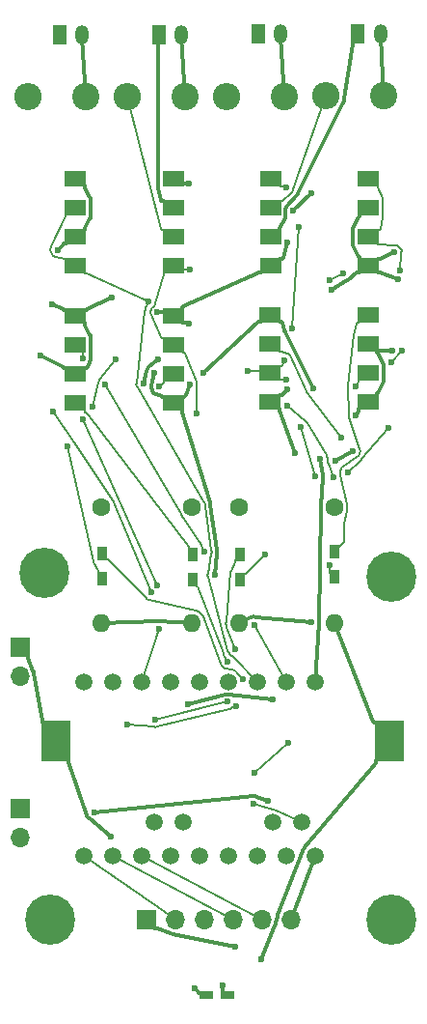
<source format=gbl>
G04 #@! TF.FileFunction,Copper,L2,Bot,Signal*
%FSLAX46Y46*%
G04 Gerber Fmt 4.6, Leading zero omitted, Abs format (unit mm)*
G04 Created by KiCad (PCBNEW 4.0.7) date 06/26/18 02:25:57*
%MOMM*%
%LPD*%
G01*
G04 APERTURE LIST*
%ADD10C,0.150000*%
%ADD11R,1.200000X0.750000*%
%ADD12C,2.400000*%
%ADD13O,2.400000X2.400000*%
%ADD14C,1.500000*%
%ADD15R,1.700000X1.700000*%
%ADD16O,1.700000X1.700000*%
%ADD17R,1.200000X1.700000*%
%ADD18O,1.200000X1.700000*%
%ADD19R,1.900000X1.450000*%
%ADD20C,1.600000*%
%ADD21O,1.600000X1.600000*%
%ADD22R,0.900000X1.200000*%
%ADD23R,2.600000X3.600000*%
%ADD24C,4.400000*%
%ADD25C,0.600000*%
%ADD26C,0.300000*%
%ADD27C,0.200000*%
G04 APERTURE END LIST*
D10*
D11*
X140371000Y-158369000D03*
X138471000Y-158369000D03*
D12*
X127864000Y-79603600D03*
D13*
X122784000Y-79603600D03*
D12*
X136601000Y-79603600D03*
D13*
X131521000Y-79603600D03*
D12*
X145339000Y-79578200D03*
D13*
X140259000Y-79578200D03*
D12*
X154076000Y-79552800D03*
D13*
X148996000Y-79552800D03*
D14*
X127686000Y-130886000D03*
X130226000Y-130886000D03*
X132766000Y-130886000D03*
X135306000Y-130886000D03*
X137846000Y-130886000D03*
X140386000Y-130886000D03*
X142926000Y-130886000D03*
X145466000Y-130886000D03*
X148006000Y-130886000D03*
X148006000Y-146126000D03*
X145466000Y-146126000D03*
X142926000Y-146126000D03*
X140386000Y-146126000D03*
X137846000Y-146126000D03*
X135306000Y-146126000D03*
X132766000Y-146126000D03*
X130226000Y-146126000D03*
X127686000Y-146126000D03*
X133906000Y-143226000D03*
X136446000Y-143226000D03*
X144336000Y-143226000D03*
X146876000Y-143226000D03*
D15*
X133223000Y-151765000D03*
D16*
X135763000Y-151765000D03*
X138303000Y-151765000D03*
X140843000Y-151765000D03*
X143383000Y-151765000D03*
X145923000Y-151765000D03*
D15*
X122098000Y-127864000D03*
D16*
X122098000Y-130404000D03*
D15*
X122098000Y-141961000D03*
D16*
X122098000Y-144501000D03*
D17*
X125578000Y-74168000D03*
D18*
X127578000Y-74168000D03*
D17*
X134290000Y-74142600D03*
D18*
X136290000Y-74142600D03*
D17*
X143027000Y-74117200D03*
D18*
X145027000Y-74117200D03*
D17*
X151765000Y-74117200D03*
D18*
X153765000Y-74117200D03*
D19*
X126967000Y-94437200D03*
X126967000Y-91897200D03*
X126967000Y-89357200D03*
X126967000Y-86817200D03*
X135567000Y-86817200D03*
X135567000Y-89357200D03*
X135567000Y-91897200D03*
X135567000Y-94437200D03*
X126967000Y-106477000D03*
X126967000Y-103937000D03*
X126967000Y-101397000D03*
X126967000Y-98857000D03*
X135567000Y-98857000D03*
X135567000Y-101397000D03*
X135567000Y-103937000D03*
X135567000Y-106477000D03*
X152712000Y-86817200D03*
X152712000Y-89357200D03*
X152712000Y-91897200D03*
X152712000Y-94437200D03*
X144112000Y-94437200D03*
X144112000Y-91897200D03*
X144112000Y-89357200D03*
X144112000Y-86817200D03*
X152687000Y-98755000D03*
X152687000Y-101295000D03*
X152687000Y-103835000D03*
X152687000Y-106375000D03*
X144087000Y-106375000D03*
X144087000Y-103835000D03*
X144087000Y-101295000D03*
X144087000Y-98755000D03*
D20*
X129286000Y-115595000D03*
D21*
X129286000Y-125755000D03*
D20*
X137236000Y-115621000D03*
D21*
X137236000Y-125781000D03*
D20*
X141351000Y-115595000D03*
D21*
X141351000Y-125755000D03*
D20*
X149733000Y-115595000D03*
D21*
X149733000Y-125755000D03*
D22*
X129337000Y-119652000D03*
X129337000Y-121852000D03*
X137312000Y-121902000D03*
X137312000Y-119702000D03*
X141402000Y-119728000D03*
X141402000Y-121928000D03*
X149708000Y-121699000D03*
X149708000Y-119499000D03*
D23*
X154528000Y-136093000D03*
X125228000Y-136093000D03*
D24*
X124739000Y-151714000D03*
X154737000Y-151714000D03*
X124282000Y-121361000D03*
X154762000Y-121717000D03*
D25*
X147887700Y-105189400D03*
X137027100Y-104839400D03*
X138183200Y-103786300D03*
X133915200Y-103778200D03*
X139230300Y-121534600D03*
X147695100Y-125694600D03*
X143269300Y-155228900D03*
X139881900Y-157531500D03*
X136978300Y-87250900D03*
X136971000Y-99507000D03*
X149803100Y-111534800D03*
X151319300Y-110680400D03*
X146269700Y-110813400D03*
X134163400Y-98502400D03*
X146052700Y-89600000D03*
X147679700Y-88027700D03*
X145602100Y-92424800D03*
X145602600Y-105264500D03*
X132978400Y-104788700D03*
X134278800Y-102624400D03*
X130054700Y-144484300D03*
X137478100Y-157754300D03*
X143903900Y-141300900D03*
X128634800Y-142362600D03*
X125435900Y-93026800D03*
X124911900Y-97794100D03*
X123914000Y-102300000D03*
X130205400Y-97174200D03*
X149457300Y-96572500D03*
X154966600Y-93240600D03*
X155329900Y-95645700D03*
X154807100Y-101862200D03*
X148471600Y-111324800D03*
X151606200Y-107541100D03*
X136859200Y-132820600D03*
X144336400Y-132450100D03*
X141021900Y-154082300D03*
X136995400Y-94734400D03*
X137668700Y-107337800D03*
X145497100Y-104431000D03*
X145567500Y-106729500D03*
X149657000Y-112930400D03*
X142119100Y-103654900D03*
X145522000Y-87553700D03*
X146571900Y-91038300D03*
X146025800Y-99939300D03*
X145341700Y-102705600D03*
X151561700Y-104999600D03*
X154699100Y-102913000D03*
X155645900Y-101908800D03*
X134297000Y-126257500D03*
X134175900Y-122401800D03*
X127603600Y-107907200D03*
X127599200Y-102586600D03*
X133648500Y-123072600D03*
X125003300Y-107186000D03*
X155467400Y-94800600D03*
X149335500Y-95727100D03*
X150474200Y-95118100D03*
X133433400Y-97555500D03*
X142684700Y-125885400D03*
X138302100Y-119500300D03*
X129604800Y-104842200D03*
X142656300Y-141597300D03*
X140350400Y-132634600D03*
X133985100Y-134209800D03*
X141068900Y-133048900D03*
X131515800Y-134599000D03*
X141658300Y-130645000D03*
X140347700Y-129122000D03*
X140984400Y-128011300D03*
X149352000Y-120700800D03*
X142683200Y-138845600D03*
X145657300Y-136211000D03*
X126311200Y-110251100D03*
X130553200Y-102600200D03*
X128501800Y-106790800D03*
X134346900Y-105034500D03*
X154512700Y-108668900D03*
X150877100Y-112542900D03*
X143607200Y-119732400D03*
X146810500Y-108558900D03*
X148031100Y-112892100D03*
X150315400Y-109521400D03*
D26*
X139426400Y-119615200D02*
X139230300Y-121534600D01*
X139430600Y-119407300D02*
X139420700Y-119338600D01*
X139433500Y-119546100D02*
X139430600Y-119407300D01*
X139426400Y-119615200D02*
X139433500Y-119546100D01*
X138849400Y-115387700D02*
X139420700Y-119338600D01*
X138813000Y-115203200D02*
X138794600Y-115143200D01*
X138840400Y-115325600D02*
X138813000Y-115203200D01*
X138849400Y-115387700D02*
X138840400Y-115325600D01*
X136373600Y-107246000D02*
X138794600Y-115143200D01*
X136370300Y-107235300D02*
X136373600Y-107246000D01*
X136367000Y-107213200D02*
X136370300Y-107235300D01*
X136367000Y-107202000D02*
X136367000Y-107213200D01*
X136367000Y-107052000D02*
X136367000Y-107202000D01*
X135567000Y-106477000D02*
X136367000Y-107052000D01*
X139920500Y-157981200D02*
X139881900Y-157531500D01*
X139920700Y-157984400D02*
X139920500Y-157981200D01*
X139921000Y-157990800D02*
X139920700Y-157984400D01*
X139921000Y-157994000D02*
X139921000Y-157990800D01*
X139921000Y-158144000D02*
X139921000Y-157994000D01*
X140371000Y-158369000D02*
X139921000Y-158144000D01*
X134767000Y-105902000D02*
X135567000Y-106477000D01*
X134617000Y-105902000D02*
X134767000Y-105902000D01*
X134600800Y-105902000D02*
X134617000Y-105902000D01*
X134569300Y-105895100D02*
X134600800Y-105902000D01*
X134554600Y-105888400D02*
X134569300Y-105895100D01*
X134059800Y-105662000D02*
X134554600Y-105888400D01*
X133838300Y-105560700D02*
X134059800Y-105662000D01*
X133620700Y-105125000D02*
X133838300Y-105560700D01*
X133672700Y-104887100D02*
X133620700Y-105125000D01*
X133915200Y-103778200D02*
X133672700Y-104887100D01*
X144525800Y-152246500D02*
X143269300Y-155228900D01*
X144581800Y-152087400D02*
X144593900Y-152032500D01*
X144547600Y-152194700D02*
X144581800Y-152087400D01*
X144525800Y-152246500D02*
X144547600Y-152194700D01*
X144712100Y-151497500D02*
X144593900Y-152032500D01*
X144722300Y-151451100D02*
X144712100Y-151497500D01*
X144749800Y-151360300D02*
X144722300Y-151451100D01*
X144767000Y-151316000D02*
X144749800Y-151360300D01*
X146943300Y-145713200D02*
X144767000Y-151316000D01*
X146977100Y-145626000D02*
X146943300Y-145713200D01*
X147072400Y-145465000D02*
X146977100Y-145626000D01*
X147132500Y-145393300D02*
X147072400Y-145465000D01*
X153342900Y-137989400D02*
X147132500Y-145393300D01*
X153378000Y-137919400D02*
X153378000Y-137893000D01*
X153359900Y-137969100D02*
X153378000Y-137919400D01*
X153342900Y-137989400D02*
X153359900Y-137969100D01*
X153378000Y-137743000D02*
X153378000Y-137893000D01*
X154528000Y-136093000D02*
X153378000Y-137743000D01*
X143036000Y-99369100D02*
X138183200Y-103786300D01*
X143056700Y-99350200D02*
X143036000Y-99369100D01*
X143109000Y-99330000D02*
X143056700Y-99350200D01*
X143137000Y-99330000D02*
X143109000Y-99330000D01*
X143287000Y-99330000D02*
X143137000Y-99330000D01*
X144087000Y-98755000D02*
X143287000Y-99330000D01*
X136367000Y-105902000D02*
X135567000Y-106477000D01*
X136517000Y-105902000D02*
X136367000Y-105902000D01*
X136640400Y-105849100D02*
X136657100Y-105805600D01*
X136563600Y-105902000D02*
X136640400Y-105849100D01*
X136517000Y-105902000D02*
X136563600Y-105902000D01*
X137027100Y-104839400D02*
X136657100Y-105805600D01*
X142753600Y-125198700D02*
X147695100Y-125694600D01*
X142473800Y-125221500D02*
X142388600Y-125262100D01*
X142659700Y-125189300D02*
X142473800Y-125221500D01*
X142753600Y-125198700D02*
X142659700Y-125189300D01*
X141351000Y-125755000D02*
X142388600Y-125262100D01*
X153378000Y-134443000D02*
X154528000Y-136093000D01*
X153228000Y-134443000D02*
X153378000Y-134443000D01*
X153181400Y-134443000D02*
X153228000Y-134443000D01*
X153104500Y-134390100D02*
X153181400Y-134443000D01*
X153087900Y-134346500D02*
X153104500Y-134390100D01*
X151611100Y-130479300D02*
X153087900Y-134346500D01*
X151611100Y-130479300D02*
X151605400Y-130464800D01*
X149733000Y-125755000D02*
X151605400Y-130464800D01*
X134347500Y-125569200D02*
X137236000Y-125781000D01*
X134290200Y-125567100D02*
X134271100Y-125567900D01*
X134328400Y-125567800D02*
X134290200Y-125567100D01*
X134347500Y-125569200D02*
X134328400Y-125567800D01*
X129286000Y-125755000D02*
X134271100Y-125567900D01*
X144887000Y-99330000D02*
X144087000Y-98755000D01*
X145037000Y-99330000D02*
X144887000Y-99330000D01*
X145088200Y-99330000D02*
X145037000Y-99330000D01*
X145169100Y-99392500D02*
X145088200Y-99330000D01*
X145182100Y-99442000D02*
X145169100Y-99392500D01*
X145358200Y-100114200D02*
X145182100Y-99442000D01*
X145392800Y-100216600D02*
X145409000Y-100248800D01*
X145367300Y-100149100D02*
X145392800Y-100216600D01*
X145358200Y-100114200D02*
X145367300Y-100149100D01*
X147887700Y-105189400D02*
X145409000Y-100248800D01*
X137755400Y-158089600D02*
X137478100Y-157754300D01*
X137837500Y-158144000D02*
X137871000Y-158144000D01*
X137776800Y-158115400D02*
X137837500Y-158144000D01*
X137755400Y-158089600D02*
X137776800Y-158115400D01*
X138021000Y-158144000D02*
X137871000Y-158144000D01*
X138471000Y-158369000D02*
X138021000Y-158144000D01*
X128186400Y-142887200D02*
X130054700Y-144484300D01*
X128116100Y-142827100D02*
X128186400Y-142887200D01*
X128012100Y-142674200D02*
X128116100Y-142827100D01*
X127982100Y-142586800D02*
X128012100Y-142674200D01*
X126386100Y-137941700D02*
X127982100Y-142586800D01*
X126382100Y-137929900D02*
X126386100Y-137941700D01*
X126378000Y-137905400D02*
X126382100Y-137929900D01*
X126378000Y-137893000D02*
X126378000Y-137905400D01*
X126378000Y-137743000D02*
X126378000Y-137893000D01*
X125228000Y-136093000D02*
X126378000Y-137743000D01*
X136367000Y-98282000D02*
X135567000Y-98857000D01*
X136367000Y-98132000D02*
X136367000Y-98282000D01*
X136367000Y-98087600D02*
X136367000Y-98132000D01*
X136415300Y-98013200D02*
X136367000Y-98087600D01*
X136455800Y-97995100D02*
X136415300Y-98013200D01*
X143100800Y-95025300D02*
X136455800Y-97995100D01*
X143115200Y-95018800D02*
X143100800Y-95025300D01*
X143146200Y-95012200D02*
X143115200Y-95018800D01*
X143162000Y-95012200D02*
X143146200Y-95012200D01*
X143312000Y-95012200D02*
X143162000Y-95012200D01*
X144112000Y-94437200D02*
X143312000Y-95012200D01*
X124078000Y-134443000D02*
X125228000Y-136093000D01*
X124078000Y-134293000D02*
X124078000Y-134443000D01*
X124076700Y-134272400D02*
X124075500Y-134265600D01*
X124078000Y-134286100D02*
X124076700Y-134272400D01*
X124078000Y-134293000D02*
X124078000Y-134286100D01*
X123317300Y-130177900D02*
X124075500Y-134265600D01*
X123278100Y-130019000D02*
X123258900Y-129967800D01*
X123307300Y-130124200D02*
X123278100Y-130019000D01*
X123317300Y-130177900D02*
X123307300Y-130124200D01*
X122807600Y-128766800D02*
X123258900Y-129967800D01*
X122802800Y-128754100D02*
X122807600Y-128766800D01*
X122798000Y-128727500D02*
X122802800Y-128754100D01*
X122798000Y-128714000D02*
X122798000Y-128727500D01*
X122798000Y-128564000D02*
X122798000Y-128714000D01*
X122098000Y-127864000D02*
X122798000Y-128564000D01*
X136517000Y-87250900D02*
X136978300Y-87250900D01*
X136367000Y-87250900D02*
X136517000Y-87250900D01*
X135567000Y-86817200D02*
X136367000Y-87250900D01*
X133242200Y-103625600D02*
X132978400Y-104788700D01*
X133268700Y-103508500D02*
X133242200Y-103625600D01*
X133397900Y-103305900D02*
X133268700Y-103508500D01*
X133492900Y-103232400D02*
X133397900Y-103305900D01*
X134278800Y-102624400D02*
X133492900Y-103232400D01*
X147679700Y-88027700D02*
X146052700Y-89600000D01*
X144912000Y-93862200D02*
X144112000Y-94437200D01*
X145062000Y-93862200D02*
X144912000Y-93862200D01*
X145191600Y-93802700D02*
X145205800Y-93755000D01*
X145111800Y-93862200D02*
X145191600Y-93802700D01*
X145062000Y-93862200D02*
X145111800Y-93862200D01*
X145602100Y-92424800D02*
X145205800Y-93755000D01*
X134767000Y-98502400D02*
X135567000Y-98857000D01*
X134617000Y-98502400D02*
X134767000Y-98502400D01*
X134163400Y-98502400D02*
X134617000Y-98502400D01*
X144887000Y-106950000D02*
X144087000Y-106375000D01*
X144887000Y-107100000D02*
X144887000Y-106950000D01*
X144891800Y-107140100D02*
X144896600Y-107152700D01*
X144887000Y-107113500D02*
X144891800Y-107140100D01*
X144887000Y-107100000D02*
X144887000Y-107113500D01*
X146269700Y-110813400D02*
X144896600Y-107152700D01*
X136517000Y-99432000D02*
X136971000Y-99507000D01*
X136367000Y-99432000D02*
X136517000Y-99432000D01*
X135567000Y-98857000D02*
X136367000Y-99432000D01*
X151319300Y-110680400D02*
X149803100Y-111534800D01*
X145146600Y-105752400D02*
X145602600Y-105264500D01*
X145125300Y-105775200D02*
X145146600Y-105752400D01*
X145068200Y-105800000D02*
X145125300Y-105775200D01*
X145037000Y-105800000D02*
X145068200Y-105800000D01*
X144887000Y-105800000D02*
X145037000Y-105800000D01*
X144087000Y-106375000D02*
X144887000Y-105800000D01*
X148006000Y-146126000D02*
X145923000Y-151765000D01*
X142883200Y-140945600D02*
X143903900Y-141300900D01*
X142660500Y-140903100D02*
X142584900Y-140910900D01*
X142811400Y-140920600D02*
X142660500Y-140903100D01*
X142883200Y-140945600D02*
X142811400Y-140920600D01*
X128634800Y-142362600D02*
X142584900Y-140910900D01*
X148383300Y-125745100D02*
X148006000Y-130886000D01*
X148383300Y-125745100D02*
X148385100Y-125705400D01*
X148543000Y-115576400D02*
X148385100Y-125705400D01*
X148545600Y-115514800D02*
X148543000Y-115576400D01*
X148719600Y-112938600D02*
X148545600Y-115514800D01*
X148718400Y-112819000D02*
X148712000Y-112779600D01*
X148722300Y-112898800D02*
X148718400Y-112819000D01*
X148719600Y-112938600D02*
X148722300Y-112898800D01*
X148471600Y-111324800D02*
X148712000Y-112779600D01*
X151912000Y-93862200D02*
X152712000Y-94437200D01*
X151912000Y-93712200D02*
X151912000Y-93862200D01*
X151902000Y-93654900D02*
X151892300Y-93637900D01*
X151912000Y-93692700D02*
X151902000Y-93654900D01*
X151912000Y-93712200D02*
X151912000Y-93692700D01*
X151423200Y-92815500D02*
X151892300Y-93637900D01*
X151398000Y-92771400D02*
X151423200Y-92815500D01*
X151371900Y-92673000D02*
X151398000Y-92771400D01*
X151371900Y-92622200D02*
X151371900Y-92673000D01*
X151371900Y-91172200D02*
X151371900Y-92622200D01*
X151371900Y-91121400D02*
X151371900Y-91172200D01*
X151398000Y-91023100D02*
X151371900Y-91121400D01*
X151423200Y-90978900D02*
X151398000Y-91023100D01*
X151892300Y-90156500D02*
X151423200Y-90978900D01*
X151912000Y-90101700D02*
X151912000Y-90082200D01*
X151902000Y-90139500D02*
X151912000Y-90101700D01*
X151892300Y-90156500D02*
X151902000Y-90139500D01*
X151912000Y-89932200D02*
X151912000Y-90082200D01*
X152712000Y-89357200D02*
X151912000Y-89932200D01*
X153512000Y-93862200D02*
X152712000Y-94437200D01*
X153662000Y-93862200D02*
X153512000Y-93862200D01*
X153712500Y-93854500D02*
X153727900Y-93846900D01*
X153679100Y-93862200D02*
X153712500Y-93854500D01*
X153662000Y-93862200D02*
X153679100Y-93862200D01*
X154966600Y-93240600D02*
X153727900Y-93846900D01*
X125907200Y-92520100D02*
X125435900Y-93026800D01*
X125928400Y-92497200D02*
X125907200Y-92520100D01*
X125985700Y-92472200D02*
X125928400Y-92497200D01*
X126017000Y-92472200D02*
X125985700Y-92472200D01*
X126167000Y-92472200D02*
X126017000Y-92472200D01*
X126967000Y-91897200D02*
X126167000Y-92472200D01*
X135519600Y-152981000D02*
X141021900Y-154082300D01*
X135470400Y-152971200D02*
X135519600Y-152981000D01*
X135373800Y-152943600D02*
X135470400Y-152971200D01*
X135326800Y-152925900D02*
X135373800Y-152943600D01*
X134125800Y-152474600D02*
X135326800Y-152925900D01*
X134086500Y-152465000D02*
X134073000Y-152465000D01*
X134113100Y-152469800D02*
X134086500Y-152465000D01*
X134125800Y-152474600D02*
X134113100Y-152469800D01*
X133923000Y-152465000D02*
X134073000Y-152465000D01*
X133223000Y-151765000D02*
X133923000Y-152465000D01*
X127767000Y-91322200D02*
X126967000Y-91897200D01*
X127767000Y-91172200D02*
X127767000Y-91322200D01*
X127767000Y-91152700D02*
X127767000Y-91172200D01*
X127777000Y-91114900D02*
X127767000Y-91152700D01*
X127786700Y-91097900D02*
X127777000Y-91114900D01*
X128255800Y-90275500D02*
X127786700Y-91097900D01*
X128307100Y-90133000D02*
X128307100Y-90082200D01*
X128281000Y-90231300D02*
X128307100Y-90133000D01*
X128255800Y-90275500D02*
X128281000Y-90231300D01*
X128307100Y-88632200D02*
X128307100Y-90082200D01*
X128281000Y-88483000D02*
X128255800Y-88438900D01*
X128307100Y-88581400D02*
X128281000Y-88483000D01*
X128307100Y-88632200D02*
X128307100Y-88581400D01*
X127786700Y-87616500D02*
X128255800Y-88438900D01*
X127777000Y-87599500D02*
X127786700Y-87616500D01*
X127767000Y-87561700D02*
X127777000Y-87599500D01*
X127767000Y-87542200D02*
X127767000Y-87561700D01*
X127767000Y-87392200D02*
X127767000Y-87542200D01*
X126967000Y-86817200D02*
X127767000Y-87392200D01*
X127767000Y-99432000D02*
X126967000Y-98857000D01*
X127767000Y-99582000D02*
X127767000Y-99432000D01*
X127777000Y-99639300D02*
X127786700Y-99656300D01*
X127767000Y-99601500D02*
X127777000Y-99639300D01*
X127767000Y-99582000D02*
X127767000Y-99601500D01*
X128255800Y-100478700D02*
X127786700Y-99656300D01*
X128281000Y-100522800D02*
X128255800Y-100478700D01*
X128307100Y-100621200D02*
X128281000Y-100522800D01*
X128307100Y-100672000D02*
X128307100Y-100621200D01*
X128307100Y-102122000D02*
X128307100Y-100672000D01*
X128306800Y-102136800D02*
X128307100Y-102122000D01*
X128288800Y-102612700D02*
X128306800Y-102136800D01*
X128286400Y-102676800D02*
X128288800Y-102612700D01*
X128258000Y-102801900D02*
X128286400Y-102676800D01*
X128232500Y-102860800D02*
X128258000Y-102801900D01*
X128054700Y-103271600D02*
X128232500Y-102860800D01*
X128036800Y-103312700D02*
X128054700Y-103271600D01*
X127961900Y-103362000D02*
X128036800Y-103312700D01*
X127917000Y-103362000D02*
X127961900Y-103362000D01*
X127767000Y-103362000D02*
X127917000Y-103362000D01*
X126967000Y-103937000D02*
X127767000Y-103362000D01*
X126167000Y-103362000D02*
X126967000Y-103937000D01*
X126017000Y-103362000D02*
X126167000Y-103362000D01*
X125999100Y-103362000D02*
X126017000Y-103362000D01*
X125964300Y-103353600D02*
X125999100Y-103362000D01*
X125948400Y-103345400D02*
X125964300Y-103353600D01*
X123914000Y-102300000D02*
X125948400Y-103345400D01*
X153487000Y-101862200D02*
X152687000Y-101295000D01*
X153637000Y-101862200D02*
X153487000Y-101862200D01*
X154807100Y-101862200D02*
X153637000Y-101862200D01*
X153716100Y-95022300D02*
X155329900Y-95645700D01*
X153675900Y-95012200D02*
X153662000Y-95012200D01*
X153703200Y-95017300D02*
X153675900Y-95012200D01*
X153716100Y-95022300D02*
X153703200Y-95017300D01*
X153512000Y-95012200D02*
X153662000Y-95012200D01*
X152712000Y-94437200D02*
X153512000Y-95012200D01*
X126167000Y-98282000D02*
X126967000Y-98857000D01*
X126017000Y-98282000D02*
X126167000Y-98282000D01*
X126000900Y-98282000D02*
X126017000Y-98282000D01*
X125969500Y-98275200D02*
X126000900Y-98282000D01*
X125954900Y-98268500D02*
X125969500Y-98275200D01*
X124911900Y-97794100D02*
X125954900Y-98268500D01*
X140196000Y-132003700D02*
X136859200Y-132820600D01*
X140252500Y-131989900D02*
X140196000Y-132003700D01*
X140368600Y-131982800D02*
X140252500Y-131989900D01*
X140426400Y-131989600D02*
X140368600Y-131982800D01*
X144336400Y-132450100D02*
X140426400Y-131989600D01*
X151912000Y-95012200D02*
X152712000Y-94437200D01*
X151762000Y-95012200D02*
X151912000Y-95012200D01*
X151688100Y-95029200D02*
X151668200Y-95045200D01*
X151736400Y-95012200D02*
X151688100Y-95029200D01*
X151762000Y-95012200D02*
X151736400Y-95012200D01*
X150906000Y-95656500D02*
X151668200Y-95045200D01*
X150890500Y-95668800D02*
X150906000Y-95656500D01*
X150858300Y-95691800D02*
X150890500Y-95668800D01*
X150841500Y-95702300D02*
X150858300Y-95691800D01*
X149457300Y-96572500D02*
X150841500Y-95702300D01*
X153487000Y-105800000D02*
X152687000Y-106375000D01*
X153487000Y-105650000D02*
X153487000Y-105800000D01*
X153487000Y-105630500D02*
X153487000Y-105650000D01*
X153497000Y-105592700D02*
X153487000Y-105630500D01*
X153506700Y-105575700D02*
X153497000Y-105592700D01*
X153975800Y-104753300D02*
X153506700Y-105575700D01*
X154027100Y-104610800D02*
X154027100Y-104560000D01*
X154001000Y-104709100D02*
X154027100Y-104610800D01*
X153975800Y-104753300D02*
X154001000Y-104709100D01*
X154027100Y-103110000D02*
X154027100Y-104560000D01*
X154001000Y-102960800D02*
X153975800Y-102916700D01*
X154027100Y-103059200D02*
X154001000Y-102960800D01*
X154027100Y-103110000D02*
X154027100Y-103059200D01*
X153506700Y-102094300D02*
X153975800Y-102916700D01*
X153497000Y-102077300D02*
X153506700Y-102094300D01*
X153487000Y-102039500D02*
X153497000Y-102077300D01*
X153487000Y-102020000D02*
X153487000Y-102039500D01*
X153487000Y-101870000D02*
X153487000Y-102020000D01*
X152687000Y-101295000D02*
X153487000Y-101870000D01*
X127983200Y-98266600D02*
X130205400Y-97174200D01*
X127967800Y-98274200D02*
X127983200Y-98266600D01*
X127934200Y-98282000D02*
X127967800Y-98274200D01*
X127917000Y-98282000D02*
X127934200Y-98282000D01*
X127767000Y-98282000D02*
X127917000Y-98282000D01*
X126967000Y-98857000D02*
X127767000Y-98282000D01*
X151859000Y-107187200D02*
X151606200Y-107541100D01*
X151887000Y-107123500D02*
X151887000Y-107100000D01*
X151872600Y-107168100D02*
X151887000Y-107123500D01*
X151859000Y-107187200D02*
X151872600Y-107168100D01*
X151887000Y-106950000D02*
X151887000Y-107100000D01*
X152687000Y-106375000D02*
X151887000Y-106950000D01*
D27*
X134717000Y-100772000D02*
X135567000Y-101397000D01*
X134617000Y-100772000D02*
X134717000Y-100772000D01*
X134587700Y-100772000D02*
X134617000Y-100772000D01*
X134538500Y-100740500D02*
X134587700Y-100772000D01*
X134526200Y-100713900D02*
X134538500Y-100740500D01*
X133620700Y-98753000D02*
X134526200Y-100713900D01*
X133533400Y-98564100D02*
X133620700Y-98753000D01*
X133631300Y-98159500D02*
X133533400Y-98564100D01*
X133795300Y-98031300D02*
X133631300Y-98159500D01*
X133801500Y-98026600D02*
X133795300Y-98031300D01*
X133983600Y-97808300D02*
X134009300Y-97716000D01*
X133877000Y-97967600D02*
X133983600Y-97808300D01*
X133801500Y-98026600D02*
X133877000Y-97967600D01*
X134713300Y-95189000D02*
X134009300Y-97716000D01*
X134717000Y-95169000D02*
X134717000Y-95162200D01*
X134715100Y-95182500D02*
X134717000Y-95169000D01*
X134713300Y-95189000D02*
X134715100Y-95182500D01*
X134717000Y-95062200D02*
X134717000Y-95162200D01*
X135567000Y-94437200D02*
X134717000Y-95062200D01*
X136417000Y-94734400D02*
X135567000Y-94437200D01*
X136517000Y-94734400D02*
X136417000Y-94734400D01*
X136995400Y-94734400D02*
X136517000Y-94734400D01*
X136417000Y-102022000D02*
X135567000Y-101397000D01*
X136517000Y-102022000D02*
X136417000Y-102022000D01*
X136547600Y-102022000D02*
X136517000Y-102022000D01*
X136598400Y-102056300D02*
X136547600Y-102022000D01*
X136609800Y-102084700D02*
X136598400Y-102056300D01*
X137621000Y-104600700D02*
X136609800Y-102084700D01*
X137643900Y-104657500D02*
X137621000Y-104600700D01*
X137667200Y-104777800D02*
X137643900Y-104657500D01*
X137667200Y-104839000D02*
X137667200Y-104777800D01*
X137668700Y-107337800D02*
X137667200Y-104839000D01*
X146025800Y-99939300D02*
X146571900Y-91038300D01*
X144962000Y-87442200D02*
X144112000Y-86817200D01*
X145062000Y-87442200D02*
X144962000Y-87442200D01*
X145068100Y-87442200D02*
X145062000Y-87442200D01*
X145080300Y-87443700D02*
X145068100Y-87442200D01*
X145086200Y-87445200D02*
X145080300Y-87443700D01*
X145522000Y-87553700D02*
X145086200Y-87445200D01*
X144937000Y-104431000D02*
X144087000Y-103835000D01*
X145037000Y-104431000D02*
X144937000Y-104431000D01*
X145497100Y-104431000D02*
X145037000Y-104431000D01*
X143237000Y-103654900D02*
X144087000Y-103835000D01*
X143137000Y-103654900D02*
X143237000Y-103654900D01*
X142119100Y-103654900D02*
X143137000Y-103654900D01*
X147213200Y-108061300D02*
X145567500Y-106729500D01*
X147256800Y-108096600D02*
X147213200Y-108061300D01*
X147330300Y-108181200D02*
X147256800Y-108096600D01*
X147359200Y-108229300D02*
X147330300Y-108181200D01*
X149020300Y-110995200D02*
X147359200Y-108229300D01*
X149051600Y-111047300D02*
X149020300Y-110995200D01*
X149093500Y-111161600D02*
X149051600Y-111047300D01*
X149103300Y-111221600D02*
X149093500Y-111161600D01*
X149171400Y-111638000D02*
X149103300Y-111221600D01*
X149194200Y-111734900D02*
X149206200Y-111765900D01*
X149176800Y-111670800D02*
X149194200Y-111734900D01*
X149171400Y-111638000D02*
X149176800Y-111670800D01*
X149657000Y-112930400D02*
X149206200Y-111765900D01*
X145127200Y-103153200D02*
X145341700Y-102705600D01*
X145114700Y-103179200D02*
X145127200Y-103153200D01*
X145065900Y-103210000D02*
X145114700Y-103179200D01*
X145037000Y-103210000D02*
X145065900Y-103210000D01*
X144937000Y-103210000D02*
X145037000Y-103210000D01*
X144087000Y-103835000D02*
X144937000Y-103210000D01*
D26*
X127578000Y-74418000D02*
X127864000Y-79603600D01*
X127578000Y-74168000D02*
X127578000Y-74418000D01*
X136290000Y-74392600D02*
X136601000Y-79603600D01*
X136290000Y-74142600D02*
X136290000Y-74392600D01*
D27*
X134717000Y-91272200D02*
X135567000Y-91897200D01*
X134617000Y-91272200D02*
X134717000Y-91272200D01*
X134582800Y-91272200D02*
X134617000Y-91272200D01*
X134528700Y-91230300D02*
X134582800Y-91272200D01*
X134520200Y-91197200D02*
X134528700Y-91230300D01*
X131521000Y-79603600D02*
X134520200Y-91197200D01*
D26*
X145027000Y-74367200D02*
X145339000Y-79578200D01*
X145027000Y-74117200D02*
X145027000Y-74367200D01*
X153765000Y-74367200D02*
X154076000Y-79552800D01*
X153765000Y-74117200D02*
X153765000Y-74367200D01*
D27*
X144962000Y-88732200D02*
X144112000Y-89357200D01*
X145062000Y-88732200D02*
X144962000Y-88732200D01*
X145112200Y-88720400D02*
X145125600Y-88709400D01*
X145079400Y-88732200D02*
X145112200Y-88720400D01*
X145062000Y-88732200D02*
X145079400Y-88732200D01*
X145928900Y-88047800D02*
X145125600Y-88709400D01*
X146097300Y-87847800D02*
X146126300Y-87764900D01*
X145996700Y-87991900D02*
X146097300Y-87847800D01*
X145928900Y-88047800D02*
X145996700Y-87991900D01*
X148996000Y-79552800D02*
X146126300Y-87764900D01*
X151820000Y-104615800D02*
X151561700Y-104999600D01*
X151837000Y-104574900D02*
X151837000Y-104560000D01*
X151828300Y-104603400D02*
X151837000Y-104574900D01*
X151820000Y-104615800D02*
X151828300Y-104603400D01*
X151837000Y-104460000D02*
X151837000Y-104560000D01*
X152687000Y-103835000D02*
X151837000Y-104460000D01*
X155645900Y-101908800D02*
X154699100Y-102913000D01*
X127599200Y-102122000D02*
X127599200Y-102586600D01*
X127599200Y-102022000D02*
X127599200Y-102122000D01*
X126967000Y-101397000D02*
X127599200Y-102022000D01*
X127603600Y-107907200D02*
X134175900Y-122401800D01*
X134297000Y-126257500D02*
X132766000Y-130886000D01*
X130337800Y-115155200D02*
X133648500Y-123072600D01*
X130264200Y-115006900D02*
X130233500Y-114960900D01*
X130316500Y-115104200D02*
X130264200Y-115006900D01*
X130337800Y-115155200D02*
X130316500Y-115104200D01*
X126843200Y-109895100D02*
X130233500Y-114960900D01*
X126840700Y-109891500D02*
X126843200Y-109895100D01*
X125003300Y-107186000D02*
X126840700Y-109891500D01*
X153562000Y-91272200D02*
X152712000Y-91897200D01*
X153662000Y-91272200D02*
X153562000Y-91272200D01*
X153751800Y-91228400D02*
X153759500Y-91194200D01*
X153697100Y-91272200D02*
X153751800Y-91228400D01*
X153662000Y-91272200D02*
X153697100Y-91272200D01*
X153993700Y-90157100D02*
X153759500Y-91194200D01*
X154002100Y-90101100D02*
X154002100Y-90082200D01*
X153997900Y-90138700D02*
X154002100Y-90101100D01*
X153993700Y-90157100D02*
X153997900Y-90138700D01*
X154002100Y-88632200D02*
X154002100Y-90082200D01*
X153987500Y-88527300D02*
X153973100Y-88494900D01*
X154002100Y-88596700D02*
X153987500Y-88527300D01*
X154002100Y-88632200D02*
X154002100Y-88596700D01*
X153570500Y-87582600D02*
X153973100Y-88494900D01*
X153566300Y-87573000D02*
X153570500Y-87582600D01*
X153562000Y-87552600D02*
X153566300Y-87573000D01*
X153562000Y-87542200D02*
X153562000Y-87552600D01*
X153562000Y-87442200D02*
X153562000Y-87542200D01*
X152712000Y-86817200D02*
X153562000Y-87442200D01*
X155604100Y-93298600D02*
X155467400Y-94800600D01*
X155275100Y-92617600D02*
X155004500Y-92601600D01*
X155628700Y-93028600D02*
X155275100Y-92617600D01*
X155604100Y-93298600D02*
X155628700Y-93028600D01*
X153667900Y-92522400D02*
X155004500Y-92601600D01*
X153662000Y-92522200D02*
X153667900Y-92522400D01*
X153562000Y-92522200D02*
X153662000Y-92522200D01*
X152712000Y-91897200D02*
X153562000Y-92522200D01*
X150474200Y-95118100D02*
X149335500Y-95727100D01*
X127958300Y-95071100D02*
X133433400Y-97555500D01*
X127927700Y-95062200D02*
X127917000Y-95062200D01*
X127948600Y-95066700D02*
X127927700Y-95062200D01*
X127958300Y-95071100D02*
X127948600Y-95066700D01*
X127817000Y-95062200D02*
X127917000Y-95062200D01*
X126967000Y-94437200D02*
X127817000Y-95062200D01*
X126117000Y-93812200D02*
X126967000Y-94437200D01*
X126017000Y-93812200D02*
X126117000Y-93812200D01*
X126011400Y-93812200D02*
X126017000Y-93812200D01*
X126000300Y-93810900D02*
X126011400Y-93812200D01*
X125994900Y-93809700D02*
X126000300Y-93810900D01*
X125294500Y-93651100D02*
X125994900Y-93809700D01*
X124994500Y-93583100D02*
X125294500Y-93651100D01*
X124725700Y-93029600D02*
X124994500Y-93583100D01*
X124857900Y-92751800D02*
X124725700Y-93029600D01*
X126107300Y-90125200D02*
X124857900Y-92751800D01*
X126117000Y-90093400D02*
X126117000Y-90082200D01*
X126112100Y-90115100D02*
X126117000Y-90093400D01*
X126107300Y-90125200D02*
X126112100Y-90115100D01*
X126117000Y-89982200D02*
X126117000Y-90082200D01*
X126967000Y-89357200D02*
X126117000Y-89982200D01*
X140809700Y-128679000D02*
X142926000Y-130886000D01*
X140709300Y-128592000D02*
X140671000Y-128569500D01*
X140779000Y-128647000D02*
X140709300Y-128592000D01*
X140809700Y-128679000D02*
X140779000Y-128647000D01*
X140661100Y-128563800D02*
X140671000Y-128569500D01*
X140552500Y-128500100D02*
X140661100Y-128563800D01*
X140399500Y-128300100D02*
X140552500Y-128500100D01*
X140366600Y-128178600D02*
X140399500Y-128300100D01*
X138612500Y-121701900D02*
X140366600Y-128178600D01*
X138593700Y-121632700D02*
X138612500Y-121701900D01*
X138587800Y-121489500D02*
X138593700Y-121632700D01*
X138600700Y-121419000D02*
X138587800Y-121489500D01*
X138931700Y-119615900D02*
X138600700Y-121419000D01*
X138943100Y-119460300D02*
X138935600Y-119408700D01*
X138941100Y-119564600D02*
X138943100Y-119460300D01*
X138931700Y-119615900D02*
X138941100Y-119564600D01*
X138364400Y-115457900D02*
X138935600Y-119408700D01*
X138276200Y-115141500D02*
X138220800Y-115046600D01*
X138348700Y-115349100D02*
X138276200Y-115141500D01*
X138364400Y-115457900D02*
X138348700Y-115349100D01*
X132425500Y-105111200D02*
X138220800Y-115046600D01*
X132373000Y-105021200D02*
X132425500Y-105111200D01*
X132330500Y-104817200D02*
X132373000Y-105021200D01*
X132342700Y-104713700D02*
X132330500Y-104817200D01*
X133090600Y-98375800D02*
X132342700Y-104713700D01*
X133101800Y-98280700D02*
X133090600Y-98375800D01*
X133157400Y-98097500D02*
X133101800Y-98280700D01*
X133200800Y-98012200D02*
X133157400Y-98097500D01*
X133433400Y-97555500D02*
X133200800Y-98012200D01*
X138074700Y-118968300D02*
X138302100Y-119500300D01*
X138054200Y-118927300D02*
X138045700Y-118914500D01*
X138068700Y-118954200D02*
X138054200Y-118927300D01*
X138074700Y-118968300D02*
X138068700Y-118954200D01*
X136284800Y-116249500D02*
X138045700Y-118914500D01*
X136252100Y-116197000D02*
X136284800Y-116249500D01*
X129604800Y-104842200D02*
X136252100Y-116197000D01*
X142684700Y-125885400D02*
X145466000Y-130886000D01*
X143383000Y-151765000D02*
X132766000Y-146126000D01*
X140843000Y-151765000D02*
X130226000Y-146126000D01*
X134265200Y-150634400D02*
X127686000Y-146126000D01*
X134278000Y-150643600D02*
X134265200Y-150634400D01*
X135763000Y-151765000D02*
X134278000Y-150643600D01*
X144803800Y-142241400D02*
X146876000Y-143226000D01*
X144680500Y-142190800D02*
X144637800Y-142178500D01*
X144763600Y-142222300D02*
X144680500Y-142190800D01*
X144803800Y-142241400D02*
X144763600Y-142222300D01*
X143726700Y-141916000D02*
X144637800Y-142178500D01*
X143721200Y-141914400D02*
X143726700Y-141916000D01*
X142656300Y-141597300D02*
X143721200Y-141914400D01*
X133985100Y-134209800D02*
X140350400Y-132634600D01*
X140575000Y-133234000D02*
X141068900Y-133048900D01*
X140557600Y-133240600D02*
X140575000Y-133234000D01*
X140522200Y-133251500D02*
X140557600Y-133240600D01*
X140504200Y-133256000D02*
X140522200Y-133251500D01*
X134138900Y-134831200D02*
X140504200Y-133256000D01*
X134085100Y-134844400D02*
X134138900Y-134831200D01*
X133974600Y-134852200D02*
X134085100Y-134844400D01*
X133919500Y-134846500D02*
X133974600Y-134852200D01*
X131515800Y-134599000D02*
X133919500Y-134846500D01*
X141178100Y-130137100D02*
X141658300Y-130645000D01*
X140749000Y-129843300D02*
X140576400Y-129812700D01*
X141057700Y-130009700D02*
X140749000Y-129843300D01*
X141178100Y-130137100D02*
X141057700Y-130009700D01*
X140235900Y-129752300D02*
X140576400Y-129812700D01*
X140067300Y-129722300D02*
X140235900Y-129752300D01*
X139804900Y-129502000D02*
X140067300Y-129722300D01*
X139746300Y-129341100D02*
X139804900Y-129502000D01*
X138307200Y-125390800D02*
X139746300Y-129341100D01*
X137783900Y-124741200D02*
X137506400Y-124673400D01*
X138209400Y-125122400D02*
X137783900Y-124741200D01*
X138307200Y-125390800D02*
X138209400Y-125122400D01*
X133496700Y-123694400D02*
X137506400Y-124673400D01*
X133411200Y-123673500D02*
X133496700Y-123694400D01*
X133257700Y-123587100D02*
X133411200Y-123673500D01*
X133195500Y-123524800D02*
X133257700Y-123587100D01*
X129857800Y-120181400D02*
X133195500Y-123524800D01*
X129806900Y-120152000D02*
X129787000Y-120152000D01*
X129843700Y-120167300D02*
X129806900Y-120152000D01*
X129857800Y-120181400D02*
X129843700Y-120167300D01*
X129687000Y-120152000D02*
X129787000Y-120152000D01*
X129337000Y-119652000D02*
X129687000Y-120152000D01*
X140028100Y-128513700D02*
X140347700Y-129122000D01*
X140014500Y-128487700D02*
X140028100Y-128513700D01*
X139990100Y-128434300D02*
X140014500Y-128487700D01*
X139979300Y-128407000D02*
X139990100Y-128434300D01*
X137669000Y-122538600D02*
X139979300Y-128407000D01*
X137665500Y-122529900D02*
X137669000Y-122538600D01*
X137662000Y-122511400D02*
X137665500Y-122529900D01*
X137662000Y-122502000D02*
X137662000Y-122511400D01*
X137662000Y-122402000D02*
X137662000Y-122502000D01*
X137312000Y-121902000D02*
X137662000Y-122402000D01*
X140284400Y-126157800D02*
X140984400Y-128011300D01*
X140238700Y-126036700D02*
X140284400Y-126157800D01*
X140203800Y-125780200D02*
X140238700Y-126036700D01*
X140215600Y-125651300D02*
X140203800Y-125780200D01*
X140613300Y-121297100D02*
X140215600Y-125651300D01*
X140616100Y-121266100D02*
X140613300Y-121297100D01*
X140632900Y-121206200D02*
X140616100Y-121266100D01*
X140646600Y-121178300D02*
X140632900Y-121206200D01*
X141041800Y-120372000D02*
X140646600Y-121178300D01*
X141052000Y-120339400D02*
X141052000Y-120328000D01*
X141046800Y-120361700D02*
X141052000Y-120339400D01*
X141041800Y-120372000D02*
X141046800Y-120361700D01*
X141052000Y-120228000D02*
X141052000Y-120328000D01*
X141402000Y-119728000D02*
X141052000Y-120228000D01*
X149352000Y-120700800D02*
X149352000Y-121343000D01*
X149352000Y-121343000D02*
X149708000Y-121699000D01*
X145657300Y-136211000D02*
X142683200Y-138845600D01*
D26*
X134767000Y-88782200D02*
X135567000Y-89357200D01*
X134617000Y-88782200D02*
X134767000Y-88782200D01*
X134564400Y-88782200D02*
X134617000Y-88782200D01*
X134482300Y-88716500D02*
X134564400Y-88782200D01*
X134470700Y-88665200D02*
X134482300Y-88716500D01*
X134236500Y-87628100D02*
X134470700Y-88665200D01*
X134231700Y-87607000D02*
X134236500Y-87628100D01*
X134226900Y-87563900D02*
X134231700Y-87607000D01*
X134226900Y-87542200D02*
X134226900Y-87563900D01*
X134226900Y-74992600D02*
X134226900Y-87542200D01*
X134226900Y-74842600D02*
X134226900Y-74992600D01*
X134290000Y-74142600D02*
X134226900Y-74842600D01*
X144912000Y-91322200D02*
X144112000Y-91897200D01*
X144912000Y-91172200D02*
X144912000Y-91322200D01*
X144912000Y-91152700D02*
X144912000Y-91172200D01*
X144922000Y-91114900D02*
X144912000Y-91152700D01*
X144931700Y-91097900D02*
X144922000Y-91114900D01*
X145400800Y-90275500D02*
X144931700Y-91097900D01*
X145455900Y-90106400D02*
X145450500Y-90046700D01*
X145430500Y-90223500D02*
X145455900Y-90106400D01*
X145400800Y-90275500D02*
X145430500Y-90223500D01*
X145441400Y-89947500D02*
X145450500Y-90046700D01*
X145440700Y-89940800D02*
X145441400Y-89947500D01*
X145411100Y-89670200D02*
X145440700Y-89940800D01*
X145396000Y-89531400D02*
X145411100Y-89670200D01*
X145483100Y-89266000D02*
X145396000Y-89531400D01*
X145577600Y-89163200D02*
X145483100Y-89266000D01*
X146354000Y-88318600D02*
X145577600Y-89163200D01*
X146498000Y-88129100D02*
X146533500Y-88057900D01*
X146407800Y-88260100D02*
X146498000Y-88129100D01*
X146354000Y-88318600D02*
X146407800Y-88260100D01*
X150419100Y-80262100D02*
X146533500Y-88057900D01*
X150548400Y-79918100D02*
X150567300Y-79796700D01*
X150473900Y-80152200D02*
X150548400Y-79918100D01*
X150419100Y-80262100D02*
X150473900Y-80152200D01*
X151313200Y-74990200D02*
X150567300Y-79796700D01*
X151315000Y-74973000D02*
X151315000Y-74967200D01*
X151314100Y-74984500D02*
X151315000Y-74973000D01*
X151313200Y-74990200D02*
X151314100Y-74984500D01*
X151315000Y-74817200D02*
X151315000Y-74967200D01*
X151765000Y-74117200D02*
X151315000Y-74817200D01*
D27*
X128555000Y-120325900D02*
X126311200Y-110251100D01*
X128572700Y-120383600D02*
X128581600Y-120401700D01*
X128559400Y-120345600D02*
X128572700Y-120383600D01*
X128555000Y-120325900D02*
X128559400Y-120345600D01*
X128976800Y-121208000D02*
X128581600Y-120401700D01*
X128981800Y-121218300D02*
X128976800Y-121208000D01*
X128987000Y-121240600D02*
X128981800Y-121218300D01*
X128987000Y-121252000D02*
X128987000Y-121240600D01*
X128987000Y-121352000D02*
X128987000Y-121252000D01*
X129337000Y-121852000D02*
X128987000Y-121352000D01*
X129101600Y-104446600D02*
X130553200Y-102600200D01*
X128996700Y-104630200D02*
X128980900Y-104699300D01*
X129057800Y-104502300D02*
X128996700Y-104630200D01*
X129101600Y-104446600D02*
X129057800Y-104502300D01*
X128501800Y-106790800D02*
X128980900Y-104699300D01*
X127817000Y-107102000D02*
X126967000Y-106477000D01*
X127817000Y-107202000D02*
X127817000Y-107102000D01*
X127835400Y-107263900D02*
X127852200Y-107278100D01*
X127817000Y-107224000D02*
X127835400Y-107263900D01*
X127817000Y-107202000D02*
X127817000Y-107224000D01*
X128018600Y-107419800D02*
X127852200Y-107278100D01*
X128044400Y-107441800D02*
X128018600Y-107419800D01*
X128091100Y-107491000D02*
X128044400Y-107441800D01*
X128111700Y-107517900D02*
X128091100Y-107491000D01*
X136941400Y-119041200D02*
X128111700Y-107517900D01*
X136951400Y-119054300D02*
X136941400Y-119041200D01*
X136962000Y-119085500D02*
X136951400Y-119054300D01*
X136962000Y-119102000D02*
X136962000Y-119085500D01*
X136962000Y-119202000D02*
X136962000Y-119102000D01*
X137312000Y-119702000D02*
X136962000Y-119202000D01*
X134717000Y-104562000D02*
X135567000Y-103937000D01*
X134717000Y-104662000D02*
X134717000Y-104562000D01*
X134717000Y-104683500D02*
X134717000Y-104662000D01*
X134699400Y-104722700D02*
X134717000Y-104683500D01*
X134683300Y-104736900D02*
X134699400Y-104722700D01*
X134346900Y-105034500D02*
X134683300Y-104736900D01*
X152132500Y-111391400D02*
X154512700Y-108668900D01*
X152112200Y-111414700D02*
X152132500Y-111391400D01*
X152069000Y-111458700D02*
X152112200Y-111414700D01*
X152046200Y-111479500D02*
X152069000Y-111458700D01*
X150877100Y-112542900D02*
X152046200Y-111479500D01*
X141922300Y-121399100D02*
X143607200Y-119732400D01*
X141908300Y-121413000D02*
X141922300Y-121399100D01*
X141871700Y-121428000D02*
X141908300Y-121413000D01*
X141852000Y-121428000D02*
X141871700Y-121428000D01*
X141752000Y-121428000D02*
X141852000Y-121428000D01*
X141402000Y-121928000D02*
X141752000Y-121428000D01*
X148031100Y-112892100D02*
X146810500Y-108558900D01*
X150545700Y-117001200D02*
X150545700Y-118661300D01*
X151647200Y-99423800D02*
X151639500Y-99458000D01*
X151701900Y-99380000D02*
X151647200Y-99423800D01*
X151737000Y-99380000D02*
X151701900Y-99380000D01*
X151405300Y-100495100D02*
X151639500Y-99458000D01*
X151399900Y-100523900D02*
X151398900Y-100533600D01*
X151403100Y-100504600D02*
X151399900Y-100523900D01*
X151405300Y-100495100D02*
X151403100Y-100504600D01*
X150925300Y-104931100D02*
X151398900Y-100533600D01*
X150921400Y-104990800D02*
X150921700Y-105010800D01*
X150923200Y-104950900D02*
X150921400Y-104990800D01*
X150925300Y-104931100D02*
X150923200Y-104950900D01*
X150966200Y-107552300D02*
X150921700Y-105010800D01*
X150984100Y-107699700D02*
X151000000Y-107746700D01*
X150967100Y-107601900D02*
X150984100Y-107699700D01*
X150966200Y-107552300D02*
X150967100Y-107601900D01*
X151925500Y-110474800D02*
X151000000Y-107746700D01*
X151994300Y-110677800D02*
X151925500Y-110474800D01*
X151859700Y-111084900D02*
X151994300Y-110677800D01*
X151683400Y-111206800D02*
X151859700Y-111084900D01*
X150513000Y-112016500D02*
X151683400Y-111206800D01*
X150203200Y-112535700D02*
X150267000Y-112736700D01*
X150339500Y-112136500D02*
X150203200Y-112535700D01*
X150513000Y-112016500D02*
X150339500Y-112136500D01*
X150267100Y-112736600D02*
X150267000Y-112736700D01*
X150271500Y-112750400D02*
X150267100Y-112736600D01*
X150279000Y-112778400D02*
X150271500Y-112750400D01*
X150282100Y-112792500D02*
X150279000Y-112778400D01*
X150846300Y-115349300D02*
X150282100Y-112792500D01*
X150875400Y-115481100D02*
X150846300Y-115349300D01*
X150870400Y-115751000D02*
X150875400Y-115481100D01*
X150836500Y-115881600D02*
X150870400Y-115751000D01*
X150545700Y-117001200D02*
X150836500Y-115881600D01*
X150545700Y-118661300D02*
X149708000Y-119499000D01*
X151837000Y-99380000D02*
X152687000Y-98755000D01*
X151737000Y-99380000D02*
X151837000Y-99380000D01*
X144937000Y-101920000D02*
X144087000Y-101295000D01*
X145037000Y-101920000D02*
X144937000Y-101920000D01*
X145045700Y-101920000D02*
X145037000Y-101920000D01*
X145063000Y-101923000D02*
X145045700Y-101920000D01*
X145071200Y-101926000D02*
X145063000Y-101923000D01*
X145560600Y-102104100D02*
X145071200Y-101926000D01*
X145681300Y-102148100D02*
X145560600Y-102104100D01*
X145870100Y-102322200D02*
X145681300Y-102148100D01*
X145923600Y-102439000D02*
X145870100Y-102322200D01*
X147305800Y-105456000D02*
X145923600Y-102439000D01*
X147354200Y-105544600D02*
X147374300Y-105571700D01*
X147319800Y-105486600D02*
X147354200Y-105544600D01*
X147305800Y-105456000D02*
X147319800Y-105486600D01*
X150315400Y-109521400D02*
X147374300Y-105571700D01*
M02*

</source>
